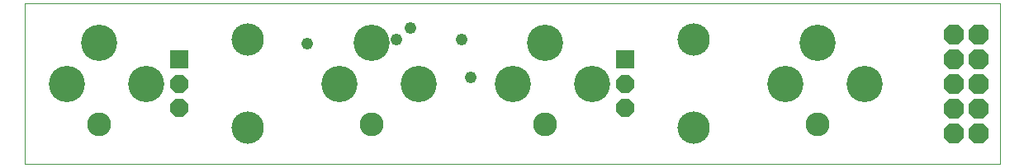
<source format=gts>
G75*
%MOIN*%
%OFA0B0*%
%FSLAX25Y25*%
%IPPOS*%
%LPD*%
%AMOC8*
5,1,8,0,0,1.08239X$1,22.5*
%
%ADD10C,0.00000*%
%ADD11C,0.14643*%
%ADD12C,0.09658*%
%ADD13OC8,0.08200*%
%ADD14R,0.07296X0.07296*%
%ADD15OC8,0.07296*%
%ADD16C,0.13068*%
%ADD17C,0.04800*%
D10*
X0001800Y0003000D02*
X0001800Y0067961D01*
X0395501Y0067961D01*
X0395501Y0003000D01*
X0001800Y0003000D01*
D11*
X0018808Y0035500D03*
X0051091Y0035500D03*
X0128808Y0035500D03*
X0161091Y0035500D03*
X0198808Y0035500D03*
X0231091Y0035500D03*
X0308808Y0035500D03*
X0341091Y0035500D03*
X0321800Y0052035D03*
X0211800Y0052035D03*
X0141800Y0052035D03*
X0031800Y0052035D03*
D12*
X0031800Y0018965D03*
X0141800Y0018965D03*
X0211800Y0018965D03*
X0321800Y0018965D03*
D13*
X0376800Y0015500D03*
X0386800Y0015500D03*
X0386800Y0025500D03*
X0376800Y0025500D03*
X0376800Y0035500D03*
X0386800Y0035500D03*
X0386800Y0045500D03*
X0376800Y0045500D03*
X0376800Y0055500D03*
X0386800Y0055500D03*
D14*
X0244241Y0045343D03*
X0064241Y0045343D03*
D15*
X0064241Y0035500D03*
X0064241Y0025657D03*
X0244241Y0025657D03*
X0244241Y0035500D03*
D16*
X0271800Y0017783D03*
X0091800Y0017783D03*
X0091800Y0053217D03*
X0271800Y0053217D03*
D17*
X0181800Y0038100D03*
X0116100Y0051600D03*
X0152100Y0053400D03*
X0157500Y0057900D03*
X0178200Y0053400D03*
M02*

</source>
